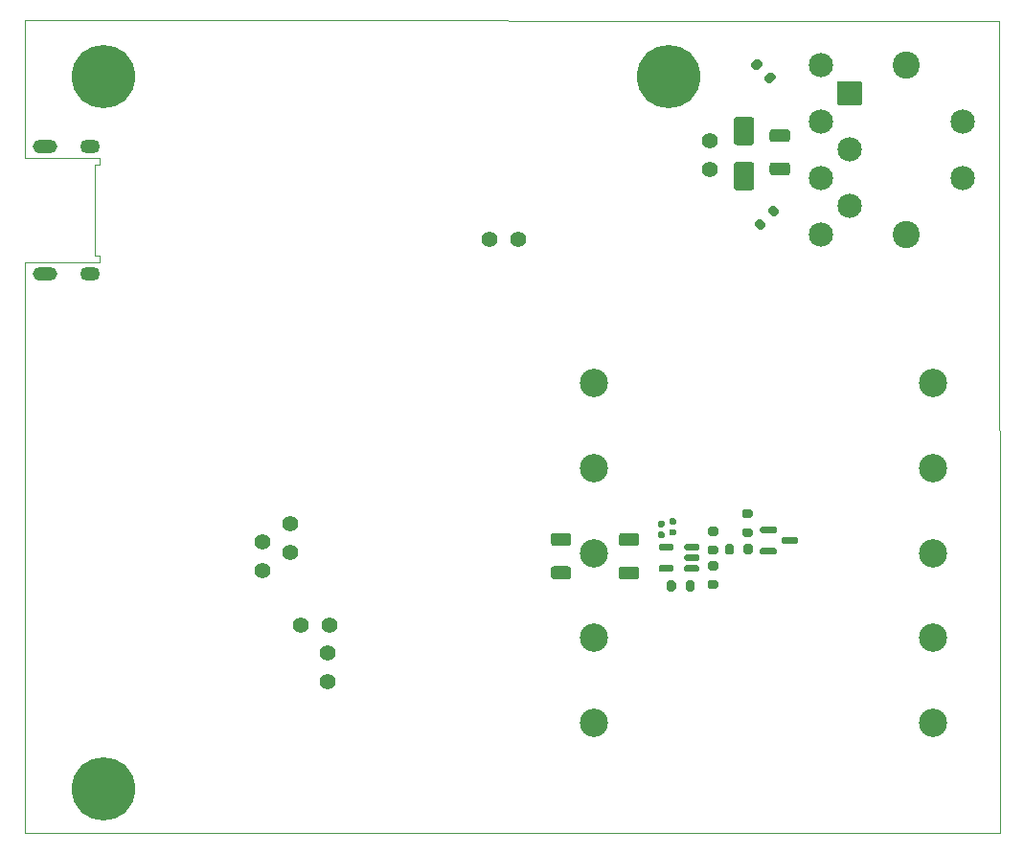
<source format=gbs>
G04 #@! TF.GenerationSoftware,KiCad,Pcbnew,9.0.1+1*
G04 #@! TF.CreationDate,2025-09-08T09:16:20+00:00*
G04 #@! TF.ProjectId,c64psu,63363470-7375-42e6-9b69-6361645f7063,rev?*
G04 #@! TF.SameCoordinates,Original*
G04 #@! TF.FileFunction,Soldermask,Bot*
G04 #@! TF.FilePolarity,Negative*
%FSLAX46Y46*%
G04 Gerber Fmt 4.6, Leading zero omitted, Abs format (unit mm)*
G04 Created by KiCad (PCBNEW 9.0.1+1) date 2025-09-08 09:16:20*
%MOMM*%
%LPD*%
G01*
G04 APERTURE LIST*
G04 #@! TA.AperFunction,Profile*
%ADD10C,0.050000*%
G04 #@! TD*
%ADD11C,2.500000*%
%ADD12C,1.400000*%
%ADD13C,3.600000*%
%ADD14C,5.600000*%
%ADD15O,1.754000X1.254000*%
%ADD16O,2.154000X1.254000*%
%ADD17C,2.400000*%
%ADD18C,2.154000*%
G04 APERTURE END LIST*
D10*
X219224551Y-37033468D02*
X219250062Y-108900624D01*
X133100087Y-108875624D01*
X133075074Y-58400000D01*
X139675000Y-58400000D01*
X139675000Y-57800000D01*
X139250000Y-57800000D01*
X139250000Y-49750000D01*
X139700000Y-49750000D01*
X139700000Y-49150000D01*
X133075000Y-49150000D01*
X133075000Y-37008468D01*
X219224551Y-37033468D01*
D11*
X183370000Y-69110000D03*
X183370000Y-76610000D03*
X183370000Y-84110000D03*
X183370000Y-91610000D03*
X183370000Y-99110000D03*
X213370000Y-69110000D03*
X213370000Y-76610000D03*
X213370000Y-84110000D03*
X213370000Y-91610000D03*
X213370000Y-99110000D03*
D12*
X157500000Y-90520000D03*
X160040000Y-90520000D03*
X159870000Y-92960001D03*
X159870000Y-95500001D03*
D13*
X190000000Y-42000000D03*
D14*
X190000000Y-42000000D03*
D12*
X156510000Y-84019999D03*
X156510000Y-81479999D03*
D15*
X138850000Y-48155000D03*
X138850000Y-59395000D03*
D16*
X134850000Y-48155000D03*
X134850000Y-59395000D03*
D12*
X154120000Y-83130000D03*
X154120000Y-85670000D03*
D13*
X140000000Y-105000000D03*
D14*
X140000000Y-105000000D03*
D12*
X174170300Y-56365150D03*
X176710300Y-56365150D03*
D17*
X210980000Y-55940000D03*
X210980000Y-40940000D03*
D18*
X215980000Y-50940000D03*
X215980000Y-45940000D03*
G36*
G01*
X206955000Y-44517000D02*
X205005000Y-44517000D01*
G75*
G02*
X204903000Y-44415000I0J102000D01*
G01*
X204903000Y-42465000D01*
G75*
G02*
X205005000Y-42363000I102000J0D01*
G01*
X206955000Y-42363000D01*
G75*
G02*
X207057000Y-42465000I0J-102000D01*
G01*
X207057000Y-44415000D01*
G75*
G02*
X206955000Y-44517000I-102000J0D01*
G01*
G37*
X205980000Y-48440000D03*
X205980000Y-53440000D03*
X203480000Y-45940000D03*
X203480000Y-50940000D03*
X203480000Y-40940000D03*
X203480000Y-55940000D03*
D12*
X193598800Y-50170399D03*
X193598800Y-47630399D03*
D13*
X140000000Y-42000000D03*
D14*
X140000000Y-42000000D03*
G36*
G01*
X197296800Y-52036802D02*
X195996800Y-52036802D01*
G75*
G02*
X195746800Y-51786802I0J250000D01*
G01*
X195746800Y-49786802D01*
G75*
G02*
X195996800Y-49536802I250000J0D01*
G01*
X197296800Y-49536802D01*
G75*
G02*
X197546800Y-49786802I0J-250000D01*
G01*
X197546800Y-51786802D01*
G75*
G02*
X197296800Y-52036802I-250000J0D01*
G01*
G37*
G36*
G01*
X197296800Y-48036800D02*
X195996800Y-48036800D01*
G75*
G02*
X195746800Y-47786800I0J250000D01*
G01*
X195746800Y-45786800D01*
G75*
G02*
X195996800Y-45536800I250000J0D01*
G01*
X197296800Y-45536800D01*
G75*
G02*
X197546800Y-45786800I0J-250000D01*
G01*
X197546800Y-47786800D01*
G75*
G02*
X197296800Y-48036800I-250000J0D01*
G01*
G37*
G36*
G01*
X193628600Y-84830200D02*
X194178600Y-84830200D01*
G75*
G02*
X194378600Y-85030200I0J-200000D01*
G01*
X194378600Y-85430200D01*
G75*
G02*
X194178600Y-85630200I-200000J0D01*
G01*
X193628600Y-85630200D01*
G75*
G02*
X193428600Y-85430200I0J200000D01*
G01*
X193428600Y-85030200D01*
G75*
G02*
X193628600Y-84830200I200000J0D01*
G01*
G37*
G36*
G01*
X193628600Y-86480200D02*
X194178600Y-86480200D01*
G75*
G02*
X194378600Y-86680200I0J-200000D01*
G01*
X194378600Y-87080200D01*
G75*
G02*
X194178600Y-87280200I-200000J0D01*
G01*
X193628600Y-87280200D01*
G75*
G02*
X193428600Y-87080200I0J200000D01*
G01*
X193428600Y-86680200D01*
G75*
G02*
X193628600Y-86480200I200000J0D01*
G01*
G37*
G36*
G01*
X192706400Y-83431201D02*
X192706400Y-83731201D01*
G75*
G02*
X192556400Y-83881201I-150000J0D01*
G01*
X191531400Y-83881201D01*
G75*
G02*
X191381400Y-83731201I0J150000D01*
G01*
X191381400Y-83431201D01*
G75*
G02*
X191531400Y-83281201I150000J0D01*
G01*
X192556400Y-83281201D01*
G75*
G02*
X192706400Y-83431201I0J-150000D01*
G01*
G37*
G36*
G01*
X192706400Y-84381200D02*
X192706400Y-84681200D01*
G75*
G02*
X192556400Y-84831200I-150000J0D01*
G01*
X191531400Y-84831200D01*
G75*
G02*
X191381400Y-84681200I0J150000D01*
G01*
X191381400Y-84381200D01*
G75*
G02*
X191531400Y-84231200I150000J0D01*
G01*
X192556400Y-84231200D01*
G75*
G02*
X192706400Y-84381200I0J-150000D01*
G01*
G37*
G36*
G01*
X192706400Y-85331199D02*
X192706400Y-85631199D01*
G75*
G02*
X192556400Y-85781199I-150000J0D01*
G01*
X191531400Y-85781199D01*
G75*
G02*
X191381400Y-85631199I0J150000D01*
G01*
X191381400Y-85331199D01*
G75*
G02*
X191531400Y-85181199I150000J0D01*
G01*
X192556400Y-85181199D01*
G75*
G02*
X192706400Y-85331199I0J-150000D01*
G01*
G37*
G36*
G01*
X190431400Y-85331199D02*
X190431400Y-85631199D01*
G75*
G02*
X190281400Y-85781199I-150000J0D01*
G01*
X189256400Y-85781199D01*
G75*
G02*
X189106400Y-85631199I0J150000D01*
G01*
X189106400Y-85331199D01*
G75*
G02*
X189256400Y-85181199I150000J0D01*
G01*
X190281400Y-85181199D01*
G75*
G02*
X190431400Y-85331199I0J-150000D01*
G01*
G37*
G36*
G01*
X190431400Y-83431201D02*
X190431400Y-83731201D01*
G75*
G02*
X190281400Y-83881201I-150000J0D01*
G01*
X189256400Y-83881201D01*
G75*
G02*
X189106400Y-83731201I0J150000D01*
G01*
X189106400Y-83431201D01*
G75*
G02*
X189256400Y-83281201I150000J0D01*
G01*
X190281400Y-83281201D01*
G75*
G02*
X190431400Y-83431201I0J-150000D01*
G01*
G37*
G36*
G01*
X179830000Y-82329999D02*
X181130000Y-82329999D01*
G75*
G02*
X181380000Y-82579999I0J-250000D01*
G01*
X181380000Y-83229999D01*
G75*
G02*
X181130000Y-83479999I-250000J0D01*
G01*
X179830000Y-83479999D01*
G75*
G02*
X179580000Y-83229999I0J250000D01*
G01*
X179580000Y-82579999D01*
G75*
G02*
X179830000Y-82329999I250000J0D01*
G01*
G37*
G36*
G01*
X179830000Y-85280001D02*
X181130000Y-85280001D01*
G75*
G02*
X181380000Y-85530001I0J-250000D01*
G01*
X181380000Y-86180001D01*
G75*
G02*
X181130000Y-86430001I-250000J0D01*
G01*
X179830000Y-86430001D01*
G75*
G02*
X179580000Y-86180001I0J250000D01*
G01*
X179580000Y-85530001D01*
G75*
G02*
X179830000Y-85280001I250000J0D01*
G01*
G37*
G36*
G01*
X192283800Y-86745400D02*
X192283800Y-87295400D01*
G75*
G02*
X192083800Y-87495400I-200000J0D01*
G01*
X191683800Y-87495400D01*
G75*
G02*
X191483800Y-87295400I0J200000D01*
G01*
X191483800Y-86745400D01*
G75*
G02*
X191683800Y-86545400I200000J0D01*
G01*
X192083800Y-86545400D01*
G75*
G02*
X192283800Y-86745400I0J-200000D01*
G01*
G37*
G36*
G01*
X190633800Y-86745400D02*
X190633800Y-87295400D01*
G75*
G02*
X190433800Y-87495400I-200000J0D01*
G01*
X190033800Y-87495400D01*
G75*
G02*
X189833800Y-87295400I0J200000D01*
G01*
X189833800Y-86745400D01*
G75*
G02*
X190033800Y-86545400I200000J0D01*
G01*
X190433800Y-86545400D01*
G75*
G02*
X190633800Y-86745400I0J-200000D01*
G01*
G37*
G36*
G01*
X197226600Y-82696000D02*
X196676600Y-82696000D01*
G75*
G02*
X196476600Y-82496000I0J200000D01*
G01*
X196476600Y-82096000D01*
G75*
G02*
X196676600Y-81896000I200000J0D01*
G01*
X197226600Y-81896000D01*
G75*
G02*
X197426600Y-82096000I0J-200000D01*
G01*
X197426600Y-82496000D01*
G75*
G02*
X197226600Y-82696000I-200000J0D01*
G01*
G37*
G36*
G01*
X197226600Y-81046000D02*
X196676600Y-81046000D01*
G75*
G02*
X196476600Y-80846000I0J200000D01*
G01*
X196476600Y-80446000D01*
G75*
G02*
X196676600Y-80246000I200000J0D01*
G01*
X197226600Y-80246000D01*
G75*
G02*
X197426600Y-80446000I0J-200000D01*
G01*
X197426600Y-80846000D01*
G75*
G02*
X197226600Y-81046000I-200000J0D01*
G01*
G37*
G36*
G01*
X199350551Y-53396940D02*
X199739460Y-53785849D01*
G75*
G02*
X199739460Y-54068691I-141421J-141421D01*
G01*
X199456617Y-54351534D01*
G75*
G02*
X199173775Y-54351534I-141421J141421D01*
G01*
X198784866Y-53962625D01*
G75*
G02*
X198784866Y-53679783I141421J141421D01*
G01*
X199067709Y-53396940D01*
G75*
G02*
X199350551Y-53396940I141421J-141421D01*
G01*
G37*
G36*
G01*
X198183825Y-54563666D02*
X198572734Y-54952575D01*
G75*
G02*
X198572734Y-55235417I-141421J-141421D01*
G01*
X198289891Y-55518260D01*
G75*
G02*
X198007049Y-55518260I-141421J141421D01*
G01*
X197618140Y-55129351D01*
G75*
G02*
X197618140Y-54846509I141421J141421D01*
G01*
X197900983Y-54563666D01*
G75*
G02*
X198183825Y-54563666I141421J-141421D01*
G01*
G37*
G36*
G01*
X199170000Y-46619999D02*
X200470000Y-46619999D01*
G75*
G02*
X200720000Y-46869999I0J-250000D01*
G01*
X200720000Y-47519999D01*
G75*
G02*
X200470000Y-47769999I-250000J0D01*
G01*
X199170000Y-47769999D01*
G75*
G02*
X198920000Y-47519999I0J250000D01*
G01*
X198920000Y-46869999D01*
G75*
G02*
X199170000Y-46619999I250000J0D01*
G01*
G37*
G36*
G01*
X199170000Y-49570001D02*
X200470000Y-49570001D01*
G75*
G02*
X200720000Y-49820001I0J-250000D01*
G01*
X200720000Y-50470001D01*
G75*
G02*
X200470000Y-50720001I-250000J0D01*
G01*
X199170000Y-50720001D01*
G75*
G02*
X198920000Y-50470001I0J250000D01*
G01*
X198920000Y-49820001D01*
G75*
G02*
X199170000Y-49570001I250000J0D01*
G01*
G37*
G36*
G01*
X194964600Y-84044200D02*
X194964600Y-83494200D01*
G75*
G02*
X195164600Y-83294200I200000J0D01*
G01*
X195564600Y-83294200D01*
G75*
G02*
X195764600Y-83494200I0J-200000D01*
G01*
X195764600Y-84044200D01*
G75*
G02*
X195564600Y-84244200I-200000J0D01*
G01*
X195164600Y-84244200D01*
G75*
G02*
X194964600Y-84044200I0J200000D01*
G01*
G37*
G36*
G01*
X196614600Y-84044200D02*
X196614600Y-83494200D01*
G75*
G02*
X196814600Y-83294200I200000J0D01*
G01*
X197214600Y-83294200D01*
G75*
G02*
X197414600Y-83494200I0J-200000D01*
G01*
X197414600Y-84044200D01*
G75*
G02*
X197214600Y-84244200I-200000J0D01*
G01*
X196814600Y-84244200D01*
G75*
G02*
X196614600Y-84044200I0J200000D01*
G01*
G37*
G36*
G01*
X189161600Y-81259200D02*
X189501600Y-81259200D01*
G75*
G02*
X189641600Y-81399200I0J-140000D01*
G01*
X189641600Y-81679200D01*
G75*
G02*
X189501600Y-81819200I-140000J0D01*
G01*
X189161600Y-81819200D01*
G75*
G02*
X189021600Y-81679200I0J140000D01*
G01*
X189021600Y-81399200D01*
G75*
G02*
X189161600Y-81259200I140000J0D01*
G01*
G37*
G36*
G01*
X189161600Y-82219200D02*
X189501600Y-82219200D01*
G75*
G02*
X189641600Y-82359200I0J-140000D01*
G01*
X189641600Y-82639200D01*
G75*
G02*
X189501600Y-82779200I-140000J0D01*
G01*
X189161600Y-82779200D01*
G75*
G02*
X189021600Y-82639200I0J140000D01*
G01*
X189021600Y-82359200D01*
G75*
G02*
X189161600Y-82219200I140000J0D01*
G01*
G37*
G36*
G01*
X198070600Y-84107200D02*
X198070600Y-83807200D01*
G75*
G02*
X198220600Y-83657200I150000J0D01*
G01*
X199395600Y-83657200D01*
G75*
G02*
X199545600Y-83807200I0J-150000D01*
G01*
X199545600Y-84107200D01*
G75*
G02*
X199395600Y-84257200I-150000J0D01*
G01*
X198220600Y-84257200D01*
G75*
G02*
X198070600Y-84107200I0J150000D01*
G01*
G37*
G36*
G01*
X198070600Y-82207200D02*
X198070600Y-81907200D01*
G75*
G02*
X198220600Y-81757200I150000J0D01*
G01*
X199395600Y-81757200D01*
G75*
G02*
X199545600Y-81907200I0J-150000D01*
G01*
X199545600Y-82207200D01*
G75*
G02*
X199395600Y-82357200I-150000J0D01*
G01*
X198220600Y-82357200D01*
G75*
G02*
X198070600Y-82207200I0J150000D01*
G01*
G37*
G36*
G01*
X199945601Y-83157200D02*
X199945601Y-82857200D01*
G75*
G02*
X200095601Y-82707200I150000J0D01*
G01*
X201270601Y-82707200D01*
G75*
G02*
X201420601Y-82857200I0J-150000D01*
G01*
X201420601Y-83157200D01*
G75*
G02*
X201270601Y-83307200I-150000J0D01*
G01*
X200095601Y-83307200D01*
G75*
G02*
X199945601Y-83157200I0J150000D01*
G01*
G37*
G36*
G01*
X185840000Y-82349999D02*
X187140000Y-82349999D01*
G75*
G02*
X187390000Y-82599999I0J-250000D01*
G01*
X187390000Y-83249999D01*
G75*
G02*
X187140000Y-83499999I-250000J0D01*
G01*
X185840000Y-83499999D01*
G75*
G02*
X185590000Y-83249999I0J250000D01*
G01*
X185590000Y-82599999D01*
G75*
G02*
X185840000Y-82349999I250000J0D01*
G01*
G37*
G36*
G01*
X185840000Y-85300001D02*
X187140000Y-85300001D01*
G75*
G02*
X187390000Y-85550001I0J-250000D01*
G01*
X187390000Y-86200001D01*
G75*
G02*
X187140000Y-86450001I-250000J0D01*
G01*
X185840000Y-86450001D01*
G75*
G02*
X185590000Y-86200001I0J250000D01*
G01*
X185590000Y-85550001D01*
G75*
G02*
X185840000Y-85300001I250000J0D01*
G01*
G37*
G36*
G01*
X190517600Y-82548000D02*
X190177600Y-82548000D01*
G75*
G02*
X190037600Y-82408000I0J140000D01*
G01*
X190037600Y-82128000D01*
G75*
G02*
X190177600Y-81988000I140000J0D01*
G01*
X190517600Y-81988000D01*
G75*
G02*
X190657600Y-82128000I0J-140000D01*
G01*
X190657600Y-82408000D01*
G75*
G02*
X190517600Y-82548000I-140000J0D01*
G01*
G37*
G36*
G01*
X190517600Y-81588000D02*
X190177600Y-81588000D01*
G75*
G02*
X190037600Y-81448000I0J140000D01*
G01*
X190037600Y-81168000D01*
G75*
G02*
X190177600Y-81028000I140000J0D01*
G01*
X190517600Y-81028000D01*
G75*
G02*
X190657600Y-81168000I0J-140000D01*
G01*
X190657600Y-81448000D01*
G75*
G02*
X190517600Y-81588000I-140000J0D01*
G01*
G37*
G36*
G01*
X197313340Y-40831849D02*
X197702249Y-40442940D01*
G75*
G02*
X197985091Y-40442940I141421J-141421D01*
G01*
X198267934Y-40725783D01*
G75*
G02*
X198267934Y-41008625I-141421J-141421D01*
G01*
X197879025Y-41397534D01*
G75*
G02*
X197596183Y-41397534I-141421J141421D01*
G01*
X197313340Y-41114691D01*
G75*
G02*
X197313340Y-40831849I141421J141421D01*
G01*
G37*
G36*
G01*
X198480066Y-41998575D02*
X198868975Y-41609666D01*
G75*
G02*
X199151817Y-41609666I141421J-141421D01*
G01*
X199434660Y-41892509D01*
G75*
G02*
X199434660Y-42175351I-141421J-141421D01*
G01*
X199045751Y-42564260D01*
G75*
G02*
X198762909Y-42564260I-141421J141421D01*
G01*
X198480066Y-42281417D01*
G75*
G02*
X198480066Y-41998575I141421J141421D01*
G01*
G37*
G36*
G01*
X194178600Y-84232200D02*
X193628600Y-84232200D01*
G75*
G02*
X193428600Y-84032200I0J200000D01*
G01*
X193428600Y-83632200D01*
G75*
G02*
X193628600Y-83432200I200000J0D01*
G01*
X194178600Y-83432200D01*
G75*
G02*
X194378600Y-83632200I0J-200000D01*
G01*
X194378600Y-84032200D01*
G75*
G02*
X194178600Y-84232200I-200000J0D01*
G01*
G37*
G36*
G01*
X194178600Y-82582200D02*
X193628600Y-82582200D01*
G75*
G02*
X193428600Y-82382200I0J200000D01*
G01*
X193428600Y-81982200D01*
G75*
G02*
X193628600Y-81782200I200000J0D01*
G01*
X194178600Y-81782200D01*
G75*
G02*
X194378600Y-81982200I0J-200000D01*
G01*
X194378600Y-82382200D01*
G75*
G02*
X194178600Y-82582200I-200000J0D01*
G01*
G37*
M02*

</source>
